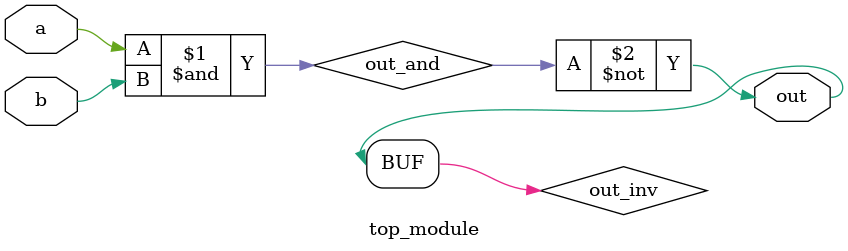
<source format=sv>
module top_module(
	input a, 
	input b,
	output out
);

  // Define internal wires for intermediate signals
  wire out_and;
  wire out_inv;

  // Implement logic gates
  assign out_and = a & b;
  assign out_inv = ~out_and;

  // Output the final result
  assign out = out_inv;

endmodule

</source>
